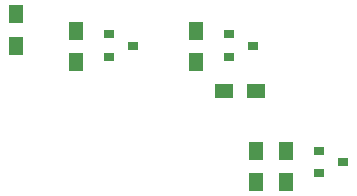
<source format=gbp>
G04 #@! TF.GenerationSoftware,KiCad,Pcbnew,5.1.5*
G04 #@! TF.CreationDate,2020-04-17T16:14:37+02:00*
G04 #@! TF.ProjectId,eco_nucleo64_interconnect,65636f5f-6e75-4636-9c65-6f36345f696e,rev?*
G04 #@! TF.SameCoordinates,Original*
G04 #@! TF.FileFunction,Paste,Bot*
G04 #@! TF.FilePolarity,Positive*
%FSLAX46Y46*%
G04 Gerber Fmt 4.6, Leading zero omitted, Abs format (unit mm)*
G04 Created by KiCad (PCBNEW 5.1.5) date 2020-04-17 16:14:37*
%MOMM*%
%LPD*%
G04 APERTURE LIST*
%ADD10R,1.300000X1.500000*%
%ADD11R,0.900000X0.800000*%
%ADD12R,1.500000X1.300000*%
G04 APERTURE END LIST*
D10*
X123894000Y-114541000D03*
X123894000Y-117241000D03*
X144214000Y-126131000D03*
X144214000Y-128831000D03*
X146754000Y-128831000D03*
X146754000Y-126131000D03*
X128974000Y-118671000D03*
X128974000Y-115971000D03*
D11*
X133784000Y-117241000D03*
X131784000Y-116291000D03*
X131784000Y-118191000D03*
X149564000Y-128031000D03*
X149564000Y-126131000D03*
X151564000Y-127081000D03*
X141944000Y-118191000D03*
X141944000Y-116291000D03*
X143944000Y-117241000D03*
D10*
X139134000Y-115971000D03*
X139134000Y-118671000D03*
D12*
X141514000Y-121051000D03*
X144214000Y-121051000D03*
M02*

</source>
